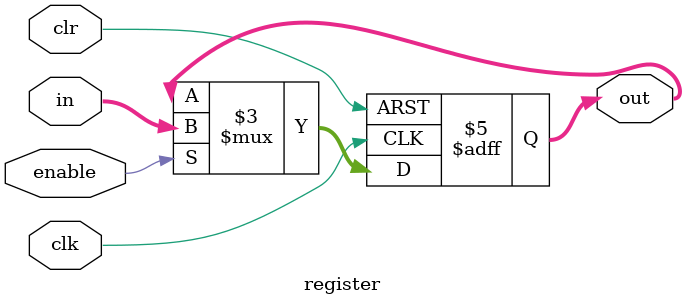
<source format=v>
`timescale 1ns / 1ps


module register
#(parameter width=32)
(
    input [width-1:0]in,
    input clk,
    input clr,
    input enable,
    output reg [width-1:0]out
    );
    initial 
    begin
        out = 0;
    end
    always @(posedge clk,posedge clr)
    begin
        if(clr)
            out <= 0;
        else 
        begin
            if(enable)
                out <= in;
        end
    end
endmodule

</source>
